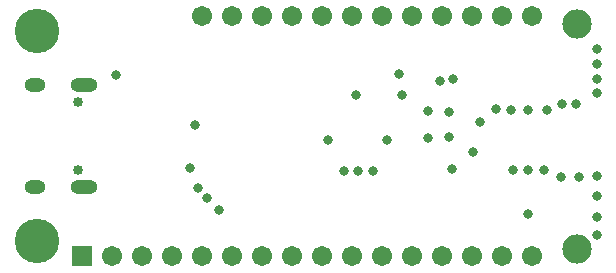
<source format=gbr>
%TF.GenerationSoftware,Altium Limited,Altium Designer,18.1.7 (191)*%
G04 Layer_Color=16711935*
%FSLAX26Y26*%
%MOIN*%
%TF.FileFunction,Soldermask,Bot*%
%TF.Part,Single*%
G01*
G75*
%TA.AperFunction,ComponentPad*%
%ADD39C,0.067370*%
%ADD40R,0.067370X0.067370*%
%ADD41C,0.148000*%
%ADD42C,0.098000*%
%ADD43O,0.070992X0.047370*%
%ADD44O,0.090677X0.047370*%
%ADD45C,0.033591*%
%TA.AperFunction,ViaPad*%
%ADD46C,0.031622*%
D39*
X1761323Y864567D02*
D03*
X1661323D02*
D03*
X1561323D02*
D03*
X1461323D02*
D03*
X1361323D02*
D03*
X1261323D02*
D03*
X1161323D02*
D03*
X1061323D02*
D03*
X961323D02*
D03*
X861323D02*
D03*
X761323D02*
D03*
X661323D02*
D03*
X1761323Y64567D02*
D03*
X1661323D02*
D03*
X1561323D02*
D03*
X1461323D02*
D03*
X1361323D02*
D03*
X1261323D02*
D03*
X1161323D02*
D03*
X1061323D02*
D03*
X961323D02*
D03*
X861323D02*
D03*
X761323D02*
D03*
X661323D02*
D03*
X561323D02*
D03*
X461323D02*
D03*
X361323D02*
D03*
D40*
X261323D02*
D03*
D41*
X111323Y114567D02*
D03*
Y814567D02*
D03*
D42*
X1911323Y839567D02*
D03*
Y89567D02*
D03*
D43*
X104529Y294882D02*
D03*
Y635039D02*
D03*
D44*
X269096Y294882D02*
D03*
Y635039D02*
D03*
D45*
X248230Y351181D02*
D03*
Y578740D02*
D03*
D46*
X1317913Y673228D02*
D03*
X1748032Y204724D02*
D03*
X649606Y291339D02*
D03*
X679134Y257874D02*
D03*
X718504Y218504D02*
D03*
X374016Y668698D02*
D03*
X622978Y360824D02*
D03*
X639764Y502172D02*
D03*
X1176102Y603111D02*
D03*
X1328740Y603740D02*
D03*
X1133858Y349606D02*
D03*
X1181102Y348031D02*
D03*
X1978347Y136220D02*
D03*
Y195276D02*
D03*
X1978347Y264173D02*
D03*
X1978347Y756299D02*
D03*
X1978347Y705512D02*
D03*
Y657495D02*
D03*
Y609354D02*
D03*
X1909449Y571777D02*
D03*
X1860236Y571773D02*
D03*
X1811024Y552695D02*
D03*
X1749016D02*
D03*
X1690943D02*
D03*
X1640963Y554269D02*
D03*
X1699034Y351181D02*
D03*
X1749016D02*
D03*
X1801181Y352756D02*
D03*
X1859252Y327953D02*
D03*
X1919291Y329527D02*
D03*
X1978347Y331102D02*
D03*
X1232284Y348031D02*
D03*
X1279528Y453918D02*
D03*
X1082677Y452162D02*
D03*
X1414173Y460262D02*
D03*
X1484252Y461837D02*
D03*
Y547334D02*
D03*
X1414173Y548909D02*
D03*
X1499213Y654724D02*
D03*
X1586889Y511811D02*
D03*
X1496063Y354331D02*
D03*
X1566416Y412443D02*
D03*
X1456693Y648032D02*
D03*
%TF.MD5,6fb7d1bd37bc729b0b4663839f03b6aa*%
M02*

</source>
